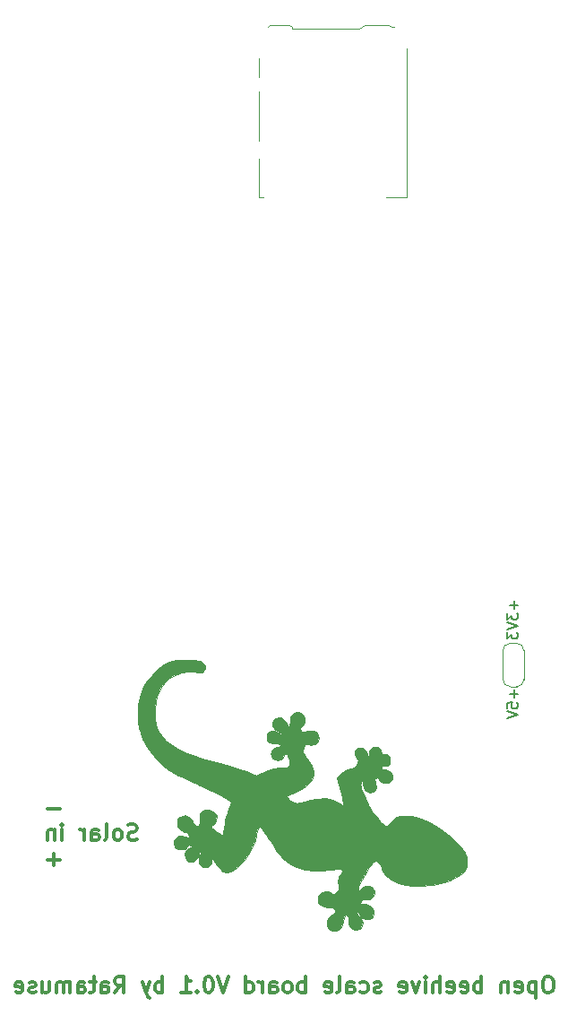
<source format=gbr>
G04 #@! TF.GenerationSoftware,KiCad,Pcbnew,(6.0.5)*
G04 #@! TF.CreationDate,2022-05-13T10:55:27+02:00*
G04 #@! TF.ProjectId,ruche,72756368-652e-46b6-9963-61645f706362,rev?*
G04 #@! TF.SameCoordinates,Original*
G04 #@! TF.FileFunction,Legend,Bot*
G04 #@! TF.FilePolarity,Positive*
%FSLAX46Y46*%
G04 Gerber Fmt 4.6, Leading zero omitted, Abs format (unit mm)*
G04 Created by KiCad (PCBNEW (6.0.5)) date 2022-05-13 10:55:27*
%MOMM*%
%LPD*%
G01*
G04 APERTURE LIST*
%ADD10C,0.300000*%
%ADD11C,0.150000*%
%ADD12C,0.120000*%
%ADD13C,0.010000*%
G04 APERTURE END LIST*
D10*
X105665000Y-143722142D02*
X104522142Y-143722142D01*
X112950714Y-146637142D02*
X112736428Y-146708571D01*
X112379285Y-146708571D01*
X112236428Y-146637142D01*
X112165000Y-146565714D01*
X112093571Y-146422857D01*
X112093571Y-146280000D01*
X112165000Y-146137142D01*
X112236428Y-146065714D01*
X112379285Y-145994285D01*
X112665000Y-145922857D01*
X112807857Y-145851428D01*
X112879285Y-145780000D01*
X112950714Y-145637142D01*
X112950714Y-145494285D01*
X112879285Y-145351428D01*
X112807857Y-145280000D01*
X112665000Y-145208571D01*
X112307857Y-145208571D01*
X112093571Y-145280000D01*
X111236428Y-146708571D02*
X111379285Y-146637142D01*
X111450714Y-146565714D01*
X111522142Y-146422857D01*
X111522142Y-145994285D01*
X111450714Y-145851428D01*
X111379285Y-145780000D01*
X111236428Y-145708571D01*
X111022142Y-145708571D01*
X110879285Y-145780000D01*
X110807857Y-145851428D01*
X110736428Y-145994285D01*
X110736428Y-146422857D01*
X110807857Y-146565714D01*
X110879285Y-146637142D01*
X111022142Y-146708571D01*
X111236428Y-146708571D01*
X109879285Y-146708571D02*
X110022142Y-146637142D01*
X110093571Y-146494285D01*
X110093571Y-145208571D01*
X108665000Y-146708571D02*
X108665000Y-145922857D01*
X108736428Y-145780000D01*
X108879285Y-145708571D01*
X109165000Y-145708571D01*
X109307857Y-145780000D01*
X108665000Y-146637142D02*
X108807857Y-146708571D01*
X109165000Y-146708571D01*
X109307857Y-146637142D01*
X109379285Y-146494285D01*
X109379285Y-146351428D01*
X109307857Y-146208571D01*
X109165000Y-146137142D01*
X108807857Y-146137142D01*
X108665000Y-146065714D01*
X107950714Y-146708571D02*
X107950714Y-145708571D01*
X107950714Y-145994285D02*
X107879285Y-145851428D01*
X107807857Y-145780000D01*
X107665000Y-145708571D01*
X107522142Y-145708571D01*
X105879285Y-146708571D02*
X105879285Y-145708571D01*
X105879285Y-145208571D02*
X105950714Y-145280000D01*
X105879285Y-145351428D01*
X105807857Y-145280000D01*
X105879285Y-145208571D01*
X105879285Y-145351428D01*
X105165000Y-145708571D02*
X105165000Y-146708571D01*
X105165000Y-145851428D02*
X105093571Y-145780000D01*
X104950714Y-145708571D01*
X104736428Y-145708571D01*
X104593571Y-145780000D01*
X104522142Y-145922857D01*
X104522142Y-146708571D01*
X105665000Y-148552142D02*
X104522142Y-148552142D01*
X105093571Y-149123571D02*
X105093571Y-147980714D01*
X151941428Y-159618571D02*
X151655714Y-159618571D01*
X151512857Y-159690000D01*
X151370000Y-159832857D01*
X151298571Y-160118571D01*
X151298571Y-160618571D01*
X151370000Y-160904285D01*
X151512857Y-161047142D01*
X151655714Y-161118571D01*
X151941428Y-161118571D01*
X152084285Y-161047142D01*
X152227142Y-160904285D01*
X152298571Y-160618571D01*
X152298571Y-160118571D01*
X152227142Y-159832857D01*
X152084285Y-159690000D01*
X151941428Y-159618571D01*
X150655714Y-160118571D02*
X150655714Y-161618571D01*
X150655714Y-160190000D02*
X150512857Y-160118571D01*
X150227142Y-160118571D01*
X150084285Y-160190000D01*
X150012857Y-160261428D01*
X149941428Y-160404285D01*
X149941428Y-160832857D01*
X150012857Y-160975714D01*
X150084285Y-161047142D01*
X150227142Y-161118571D01*
X150512857Y-161118571D01*
X150655714Y-161047142D01*
X148727142Y-161047142D02*
X148870000Y-161118571D01*
X149155714Y-161118571D01*
X149298571Y-161047142D01*
X149370000Y-160904285D01*
X149370000Y-160332857D01*
X149298571Y-160190000D01*
X149155714Y-160118571D01*
X148870000Y-160118571D01*
X148727142Y-160190000D01*
X148655714Y-160332857D01*
X148655714Y-160475714D01*
X149370000Y-160618571D01*
X148012857Y-160118571D02*
X148012857Y-161118571D01*
X148012857Y-160261428D02*
X147941428Y-160190000D01*
X147798571Y-160118571D01*
X147584285Y-160118571D01*
X147441428Y-160190000D01*
X147370000Y-160332857D01*
X147370000Y-161118571D01*
X145512857Y-161118571D02*
X145512857Y-159618571D01*
X145512857Y-160190000D02*
X145370000Y-160118571D01*
X145084285Y-160118571D01*
X144941428Y-160190000D01*
X144870000Y-160261428D01*
X144798571Y-160404285D01*
X144798571Y-160832857D01*
X144870000Y-160975714D01*
X144941428Y-161047142D01*
X145084285Y-161118571D01*
X145370000Y-161118571D01*
X145512857Y-161047142D01*
X143584285Y-161047142D02*
X143727142Y-161118571D01*
X144012857Y-161118571D01*
X144155714Y-161047142D01*
X144227142Y-160904285D01*
X144227142Y-160332857D01*
X144155714Y-160190000D01*
X144012857Y-160118571D01*
X143727142Y-160118571D01*
X143584285Y-160190000D01*
X143512857Y-160332857D01*
X143512857Y-160475714D01*
X144227142Y-160618571D01*
X142298571Y-161047142D02*
X142441428Y-161118571D01*
X142727142Y-161118571D01*
X142870000Y-161047142D01*
X142941428Y-160904285D01*
X142941428Y-160332857D01*
X142870000Y-160190000D01*
X142727142Y-160118571D01*
X142441428Y-160118571D01*
X142298571Y-160190000D01*
X142227142Y-160332857D01*
X142227142Y-160475714D01*
X142941428Y-160618571D01*
X141584285Y-161118571D02*
X141584285Y-159618571D01*
X140941428Y-161118571D02*
X140941428Y-160332857D01*
X141012857Y-160190000D01*
X141155714Y-160118571D01*
X141370000Y-160118571D01*
X141512857Y-160190000D01*
X141584285Y-160261428D01*
X140227142Y-161118571D02*
X140227142Y-160118571D01*
X140227142Y-159618571D02*
X140298571Y-159690000D01*
X140227142Y-159761428D01*
X140155714Y-159690000D01*
X140227142Y-159618571D01*
X140227142Y-159761428D01*
X139655714Y-160118571D02*
X139298571Y-161118571D01*
X138941428Y-160118571D01*
X137798571Y-161047142D02*
X137941428Y-161118571D01*
X138227142Y-161118571D01*
X138370000Y-161047142D01*
X138441428Y-160904285D01*
X138441428Y-160332857D01*
X138370000Y-160190000D01*
X138227142Y-160118571D01*
X137941428Y-160118571D01*
X137798571Y-160190000D01*
X137727142Y-160332857D01*
X137727142Y-160475714D01*
X138441428Y-160618571D01*
X136012857Y-161047142D02*
X135870000Y-161118571D01*
X135584285Y-161118571D01*
X135441428Y-161047142D01*
X135370000Y-160904285D01*
X135370000Y-160832857D01*
X135441428Y-160690000D01*
X135584285Y-160618571D01*
X135798571Y-160618571D01*
X135941428Y-160547142D01*
X136012857Y-160404285D01*
X136012857Y-160332857D01*
X135941428Y-160190000D01*
X135798571Y-160118571D01*
X135584285Y-160118571D01*
X135441428Y-160190000D01*
X134084285Y-161047142D02*
X134227142Y-161118571D01*
X134512857Y-161118571D01*
X134655714Y-161047142D01*
X134727142Y-160975714D01*
X134798571Y-160832857D01*
X134798571Y-160404285D01*
X134727142Y-160261428D01*
X134655714Y-160190000D01*
X134512857Y-160118571D01*
X134227142Y-160118571D01*
X134084285Y-160190000D01*
X132798571Y-161118571D02*
X132798571Y-160332857D01*
X132870000Y-160190000D01*
X133012857Y-160118571D01*
X133298571Y-160118571D01*
X133441428Y-160190000D01*
X132798571Y-161047142D02*
X132941428Y-161118571D01*
X133298571Y-161118571D01*
X133441428Y-161047142D01*
X133512857Y-160904285D01*
X133512857Y-160761428D01*
X133441428Y-160618571D01*
X133298571Y-160547142D01*
X132941428Y-160547142D01*
X132798571Y-160475714D01*
X131870000Y-161118571D02*
X132012857Y-161047142D01*
X132084285Y-160904285D01*
X132084285Y-159618571D01*
X130727142Y-161047142D02*
X130870000Y-161118571D01*
X131155714Y-161118571D01*
X131298571Y-161047142D01*
X131370000Y-160904285D01*
X131370000Y-160332857D01*
X131298571Y-160190000D01*
X131155714Y-160118571D01*
X130870000Y-160118571D01*
X130727142Y-160190000D01*
X130655714Y-160332857D01*
X130655714Y-160475714D01*
X131370000Y-160618571D01*
X128870000Y-161118571D02*
X128870000Y-159618571D01*
X128870000Y-160190000D02*
X128727142Y-160118571D01*
X128441428Y-160118571D01*
X128298571Y-160190000D01*
X128227142Y-160261428D01*
X128155714Y-160404285D01*
X128155714Y-160832857D01*
X128227142Y-160975714D01*
X128298571Y-161047142D01*
X128441428Y-161118571D01*
X128727142Y-161118571D01*
X128870000Y-161047142D01*
X127298571Y-161118571D02*
X127441428Y-161047142D01*
X127512857Y-160975714D01*
X127584285Y-160832857D01*
X127584285Y-160404285D01*
X127512857Y-160261428D01*
X127441428Y-160190000D01*
X127298571Y-160118571D01*
X127084285Y-160118571D01*
X126941428Y-160190000D01*
X126870000Y-160261428D01*
X126798571Y-160404285D01*
X126798571Y-160832857D01*
X126870000Y-160975714D01*
X126941428Y-161047142D01*
X127084285Y-161118571D01*
X127298571Y-161118571D01*
X125512857Y-161118571D02*
X125512857Y-160332857D01*
X125584285Y-160190000D01*
X125727142Y-160118571D01*
X126012857Y-160118571D01*
X126155714Y-160190000D01*
X125512857Y-161047142D02*
X125655714Y-161118571D01*
X126012857Y-161118571D01*
X126155714Y-161047142D01*
X126227142Y-160904285D01*
X126227142Y-160761428D01*
X126155714Y-160618571D01*
X126012857Y-160547142D01*
X125655714Y-160547142D01*
X125512857Y-160475714D01*
X124798571Y-161118571D02*
X124798571Y-160118571D01*
X124798571Y-160404285D02*
X124727142Y-160261428D01*
X124655714Y-160190000D01*
X124512857Y-160118571D01*
X124370000Y-160118571D01*
X123227142Y-161118571D02*
X123227142Y-159618571D01*
X123227142Y-161047142D02*
X123370000Y-161118571D01*
X123655714Y-161118571D01*
X123798571Y-161047142D01*
X123870000Y-160975714D01*
X123941428Y-160832857D01*
X123941428Y-160404285D01*
X123870000Y-160261428D01*
X123798571Y-160190000D01*
X123655714Y-160118571D01*
X123370000Y-160118571D01*
X123227142Y-160190000D01*
X121584285Y-159618571D02*
X121084285Y-161118571D01*
X120584285Y-159618571D01*
X119798571Y-159618571D02*
X119655714Y-159618571D01*
X119512857Y-159690000D01*
X119441428Y-159761428D01*
X119370000Y-159904285D01*
X119298571Y-160190000D01*
X119298571Y-160547142D01*
X119370000Y-160832857D01*
X119441428Y-160975714D01*
X119512857Y-161047142D01*
X119655714Y-161118571D01*
X119798571Y-161118571D01*
X119941428Y-161047142D01*
X120012857Y-160975714D01*
X120084285Y-160832857D01*
X120155714Y-160547142D01*
X120155714Y-160190000D01*
X120084285Y-159904285D01*
X120012857Y-159761428D01*
X119941428Y-159690000D01*
X119798571Y-159618571D01*
X118655714Y-160975714D02*
X118584285Y-161047142D01*
X118655714Y-161118571D01*
X118727142Y-161047142D01*
X118655714Y-160975714D01*
X118655714Y-161118571D01*
X117155714Y-161118571D02*
X118012857Y-161118571D01*
X117584285Y-161118571D02*
X117584285Y-159618571D01*
X117727142Y-159832857D01*
X117870000Y-159975714D01*
X118012857Y-160047142D01*
X115370000Y-161118571D02*
X115370000Y-159618571D01*
X115370000Y-160190000D02*
X115227142Y-160118571D01*
X114941428Y-160118571D01*
X114798571Y-160190000D01*
X114727142Y-160261428D01*
X114655714Y-160404285D01*
X114655714Y-160832857D01*
X114727142Y-160975714D01*
X114798571Y-161047142D01*
X114941428Y-161118571D01*
X115227142Y-161118571D01*
X115370000Y-161047142D01*
X114155714Y-160118571D02*
X113798571Y-161118571D01*
X113441428Y-160118571D02*
X113798571Y-161118571D01*
X113941428Y-161475714D01*
X114012857Y-161547142D01*
X114155714Y-161618571D01*
X110870000Y-161118571D02*
X111370000Y-160404285D01*
X111727142Y-161118571D02*
X111727142Y-159618571D01*
X111155714Y-159618571D01*
X111012857Y-159690000D01*
X110941428Y-159761428D01*
X110870000Y-159904285D01*
X110870000Y-160118571D01*
X110941428Y-160261428D01*
X111012857Y-160332857D01*
X111155714Y-160404285D01*
X111727142Y-160404285D01*
X109584285Y-161118571D02*
X109584285Y-160332857D01*
X109655714Y-160190000D01*
X109798571Y-160118571D01*
X110084285Y-160118571D01*
X110227142Y-160190000D01*
X109584285Y-161047142D02*
X109727142Y-161118571D01*
X110084285Y-161118571D01*
X110227142Y-161047142D01*
X110298571Y-160904285D01*
X110298571Y-160761428D01*
X110227142Y-160618571D01*
X110084285Y-160547142D01*
X109727142Y-160547142D01*
X109584285Y-160475714D01*
X109084285Y-160118571D02*
X108512857Y-160118571D01*
X108870000Y-159618571D02*
X108870000Y-160904285D01*
X108798571Y-161047142D01*
X108655714Y-161118571D01*
X108512857Y-161118571D01*
X107370000Y-161118571D02*
X107370000Y-160332857D01*
X107441428Y-160190000D01*
X107584285Y-160118571D01*
X107870000Y-160118571D01*
X108012857Y-160190000D01*
X107370000Y-161047142D02*
X107512857Y-161118571D01*
X107870000Y-161118571D01*
X108012857Y-161047142D01*
X108084285Y-160904285D01*
X108084285Y-160761428D01*
X108012857Y-160618571D01*
X107870000Y-160547142D01*
X107512857Y-160547142D01*
X107370000Y-160475714D01*
X106655714Y-161118571D02*
X106655714Y-160118571D01*
X106655714Y-160261428D02*
X106584285Y-160190000D01*
X106441428Y-160118571D01*
X106227142Y-160118571D01*
X106084285Y-160190000D01*
X106012857Y-160332857D01*
X106012857Y-161118571D01*
X106012857Y-160332857D02*
X105941428Y-160190000D01*
X105798571Y-160118571D01*
X105584285Y-160118571D01*
X105441428Y-160190000D01*
X105370000Y-160332857D01*
X105370000Y-161118571D01*
X104012857Y-160118571D02*
X104012857Y-161118571D01*
X104655714Y-160118571D02*
X104655714Y-160904285D01*
X104584285Y-161047142D01*
X104441428Y-161118571D01*
X104227142Y-161118571D01*
X104084285Y-161047142D01*
X104012857Y-160975714D01*
X103370000Y-161047142D02*
X103227142Y-161118571D01*
X102941428Y-161118571D01*
X102798571Y-161047142D01*
X102727142Y-160904285D01*
X102727142Y-160832857D01*
X102798571Y-160690000D01*
X102941428Y-160618571D01*
X103155714Y-160618571D01*
X103298571Y-160547142D01*
X103370000Y-160404285D01*
X103370000Y-160332857D01*
X103298571Y-160190000D01*
X103155714Y-160118571D01*
X102941428Y-160118571D01*
X102798571Y-160190000D01*
X101512857Y-161047142D02*
X101655714Y-161118571D01*
X101941428Y-161118571D01*
X102084285Y-161047142D01*
X102155714Y-160904285D01*
X102155714Y-160332857D01*
X102084285Y-160190000D01*
X101941428Y-160118571D01*
X101655714Y-160118571D01*
X101512857Y-160190000D01*
X101441428Y-160332857D01*
X101441428Y-160475714D01*
X102155714Y-160618571D01*
D11*
X148571428Y-132514285D02*
X148571428Y-133276190D01*
X148952380Y-132895238D02*
X148190476Y-132895238D01*
X147952380Y-134228571D02*
X147952380Y-133752380D01*
X148428571Y-133704761D01*
X148380952Y-133752380D01*
X148333333Y-133847619D01*
X148333333Y-134085714D01*
X148380952Y-134180952D01*
X148428571Y-134228571D01*
X148523809Y-134276190D01*
X148761904Y-134276190D01*
X148857142Y-134228571D01*
X148904761Y-134180952D01*
X148952380Y-134085714D01*
X148952380Y-133847619D01*
X148904761Y-133752380D01*
X148857142Y-133704761D01*
X147952380Y-134561904D02*
X148952380Y-134895238D01*
X147952380Y-135228571D01*
X148571428Y-124128095D02*
X148571428Y-124890000D01*
X148952380Y-124509047D02*
X148190476Y-124509047D01*
X147952380Y-125270952D02*
X147952380Y-125890000D01*
X148333333Y-125556666D01*
X148333333Y-125699523D01*
X148380952Y-125794761D01*
X148428571Y-125842380D01*
X148523809Y-125890000D01*
X148761904Y-125890000D01*
X148857142Y-125842380D01*
X148904761Y-125794761D01*
X148952380Y-125699523D01*
X148952380Y-125413809D01*
X148904761Y-125318571D01*
X148857142Y-125270952D01*
X147952380Y-126175714D02*
X148952380Y-126509047D01*
X147952380Y-126842380D01*
X147952380Y-127080476D02*
X147952380Y-127699523D01*
X148333333Y-127366190D01*
X148333333Y-127509047D01*
X148380952Y-127604285D01*
X148428571Y-127651904D01*
X148523809Y-127699523D01*
X148761904Y-127699523D01*
X148857142Y-127651904D01*
X148904761Y-127604285D01*
X148952380Y-127509047D01*
X148952380Y-127223333D01*
X148904761Y-127128095D01*
X148857142Y-127080476D01*
D12*
X147530000Y-128770000D02*
X147530000Y-131570000D01*
X148830000Y-128120000D02*
X148230000Y-128120000D01*
X149530000Y-131570000D02*
X149530000Y-128770000D01*
X148230000Y-132220000D02*
X148830000Y-132220000D01*
X148830000Y-132220000D02*
G75*
G03*
X149530000Y-131520000I0J700000D01*
G01*
X149530000Y-128820000D02*
G75*
G03*
X148830000Y-128120000I-699999J1D01*
G01*
X147530000Y-131520000D02*
G75*
G03*
X148230000Y-132220000I700000J0D01*
G01*
X148230000Y-128120000D02*
G75*
G03*
X147530000Y-128820000I-1J-699999D01*
G01*
X138455000Y-85995000D02*
X138455000Y-71985000D01*
X134465000Y-69725000D02*
X133955000Y-70075000D01*
X124485000Y-74685000D02*
X124485000Y-72885000D01*
X127585000Y-70075000D02*
X133955000Y-70075000D01*
X125515000Y-69725000D02*
X125315000Y-69925000D01*
X136975000Y-69925000D02*
X137235000Y-69925000D01*
X127585000Y-70075000D02*
X127585000Y-69925000D01*
X124485000Y-85995000D02*
X124485000Y-82385000D01*
X136775000Y-69725000D02*
X136975000Y-69925000D01*
X125515000Y-69725000D02*
X127375000Y-69725000D01*
X136775000Y-69725000D02*
X134465000Y-69725000D01*
X136535000Y-85995000D02*
X138455000Y-85995000D01*
X124935000Y-85995000D02*
X124485000Y-85995000D01*
X127375000Y-69725000D02*
X127585000Y-69925000D01*
X124485000Y-80685000D02*
X124485000Y-75985000D01*
G36*
X117777655Y-129666677D02*
G01*
X118126395Y-129684019D01*
X118444014Y-129708680D01*
X118703283Y-129739654D01*
X118876974Y-129775936D01*
X118943831Y-129799287D01*
X119187571Y-129934203D01*
X119344088Y-130109696D01*
X119407514Y-130310095D01*
X119371977Y-130519724D01*
X119231610Y-130722910D01*
X119189110Y-130764434D01*
X119081028Y-130846806D01*
X118966771Y-130873364D01*
X118794165Y-130860520D01*
X118722018Y-130851683D01*
X118333520Y-130808425D01*
X118025915Y-130785377D01*
X117773092Y-130783300D01*
X117548941Y-130802958D01*
X117327352Y-130845113D01*
X117082215Y-130910529D01*
X116761452Y-131015307D01*
X116327557Y-131210013D01*
X115952935Y-131457299D01*
X115606184Y-131775570D01*
X115337097Y-132111607D01*
X115070684Y-132579089D01*
X114859024Y-133109901D01*
X114709235Y-133681702D01*
X114628435Y-134272152D01*
X114623742Y-134858910D01*
X114668729Y-135331925D01*
X114747241Y-135741771D01*
X114866515Y-136104155D01*
X115034770Y-136450915D01*
X115303819Y-136855082D01*
X115692168Y-137278868D01*
X116175263Y-137673904D01*
X116755841Y-138041713D01*
X117436641Y-138383816D01*
X118220399Y-138701736D01*
X119109853Y-138996993D01*
X120107741Y-139271110D01*
X120405892Y-139346606D01*
X121068753Y-139521253D01*
X121659443Y-139688370D01*
X122205679Y-139856332D01*
X122735182Y-140033514D01*
X123275671Y-140228292D01*
X124242267Y-140587563D01*
X124545671Y-140423365D01*
X125129557Y-140161107D01*
X125815907Y-139969936D01*
X126548650Y-139879201D01*
X126625781Y-139874939D01*
X126913268Y-139854190D01*
X127108546Y-139829150D01*
X127228571Y-139796977D01*
X127290297Y-139754825D01*
X127341800Y-139636063D01*
X127356266Y-139417170D01*
X127318560Y-139136282D01*
X127229981Y-138813674D01*
X127099110Y-138425708D01*
X126990092Y-138580426D01*
X126957148Y-138626885D01*
X126793054Y-138843824D01*
X126658974Y-138985911D01*
X126533069Y-139073090D01*
X126393502Y-139125304D01*
X126224228Y-139153927D01*
X125975228Y-139122059D01*
X125781416Y-138998772D01*
X125655775Y-138794141D01*
X125611286Y-138518241D01*
X125627257Y-138397186D01*
X125709654Y-138203373D01*
X125839322Y-138046613D01*
X125990324Y-137964776D01*
X126125154Y-137936113D01*
X126314243Y-137889608D01*
X126423525Y-137847468D01*
X126473824Y-137800173D01*
X126485964Y-137738204D01*
X126484353Y-137712823D01*
X126459641Y-137665839D01*
X126387850Y-137634641D01*
X126247075Y-137612445D01*
X126015409Y-137592466D01*
X125749245Y-137564008D01*
X125509055Y-137506657D01*
X125352300Y-137415479D01*
X125263319Y-137280537D01*
X125226449Y-137091895D01*
X125224745Y-137064910D01*
X125248806Y-136779999D01*
X125352915Y-136568122D01*
X125534319Y-136435151D01*
X125640480Y-136395618D01*
X125835879Y-136363682D01*
X126026010Y-136405683D01*
X126251095Y-136526761D01*
X126256368Y-136530104D01*
X126424318Y-136634119D01*
X126519141Y-136683557D01*
X126561142Y-136686254D01*
X126570630Y-136650044D01*
X126556960Y-136627253D01*
X126470488Y-136557707D01*
X126330741Y-136472325D01*
X126248086Y-136425856D01*
X126039992Y-136290065D01*
X125899816Y-136156236D01*
X125797856Y-135997926D01*
X125770811Y-135935334D01*
X125743269Y-135712584D01*
X125801194Y-135492084D01*
X125928324Y-135301028D01*
X126108401Y-135166609D01*
X126325165Y-135116022D01*
X126342066Y-135116345D01*
X126533908Y-135149225D01*
X126698782Y-135219506D01*
X126749795Y-135256325D01*
X126930627Y-135434190D01*
X127079627Y-135647246D01*
X127163484Y-135850280D01*
X127165723Y-135860137D01*
X127214515Y-135967102D01*
X127297684Y-135980430D01*
X127300272Y-135979729D01*
X127360279Y-135937135D01*
X127392575Y-135834775D01*
X127405665Y-135646342D01*
X127417692Y-135442880D01*
X127481876Y-135104716D01*
X127602094Y-134859219D01*
X127781551Y-134701094D01*
X128023451Y-134625046D01*
X128207736Y-134624171D01*
X128452881Y-134705285D01*
X128649610Y-134870089D01*
X128780517Y-135102147D01*
X128828197Y-135385022D01*
X128827428Y-135433259D01*
X128805179Y-135579648D01*
X128737016Y-135711011D01*
X128602630Y-135871112D01*
X128504885Y-135982770D01*
X128412524Y-136103528D01*
X128376852Y-136172684D01*
X128376895Y-136174296D01*
X128411066Y-136256687D01*
X128489806Y-136372912D01*
X128558545Y-136452731D01*
X128625665Y-136487443D01*
X128726660Y-136480435D01*
X128899028Y-136437638D01*
X128954024Y-136423655D01*
X129302781Y-136366913D01*
X129606699Y-136372512D01*
X129841091Y-136440379D01*
X129867932Y-136455510D01*
X130017708Y-136605971D01*
X130100310Y-136812987D01*
X130117081Y-137047654D01*
X130069365Y-137281068D01*
X129958505Y-137484325D01*
X129785847Y-137628522D01*
X129782214Y-137630369D01*
X129600457Y-137682383D01*
X129364382Y-137700974D01*
X129126246Y-137685678D01*
X128938307Y-137636033D01*
X128935063Y-137634605D01*
X128872674Y-137639710D01*
X128807670Y-137720994D01*
X128726640Y-137894858D01*
X128677811Y-138022326D01*
X128624733Y-138193177D01*
X128605137Y-138305852D01*
X128609047Y-138328572D01*
X128660054Y-138447607D01*
X128757506Y-138618647D01*
X128885407Y-138812761D01*
X128985892Y-138956408D01*
X129201971Y-139273723D01*
X129361212Y-139525653D01*
X129472424Y-139729460D01*
X129544417Y-139902407D01*
X129585999Y-140061755D01*
X129605980Y-140224768D01*
X129610107Y-140461287D01*
X129564219Y-140771196D01*
X129449379Y-141050549D01*
X129257226Y-141309831D01*
X128979402Y-141559529D01*
X128607547Y-141810129D01*
X128133302Y-142072117D01*
X128078944Y-142099913D01*
X127815440Y-142231646D01*
X127580249Y-142344593D01*
X127397244Y-142427509D01*
X127290297Y-142469153D01*
X127183006Y-142514783D01*
X127135075Y-142567768D01*
X127135229Y-142572244D01*
X127184174Y-142676686D01*
X127301659Y-142811556D01*
X127460052Y-142952171D01*
X127631718Y-143073847D01*
X127789025Y-143151900D01*
X127886086Y-143182637D01*
X128003665Y-143205694D01*
X128131662Y-143205194D01*
X128303186Y-143180171D01*
X128551346Y-143129658D01*
X128664350Y-143104905D01*
X128879778Y-143054107D01*
X129041577Y-143011058D01*
X129121242Y-142983092D01*
X129148310Y-142971891D01*
X129272096Y-142936852D01*
X129464431Y-142891172D01*
X129696912Y-142841823D01*
X130060777Y-142784108D01*
X130652305Y-142762216D01*
X131198673Y-142836472D01*
X131693502Y-143005756D01*
X132130413Y-143268948D01*
X132265482Y-143363066D01*
X132377794Y-143422157D01*
X132428255Y-143422555D01*
X132431966Y-143345811D01*
X132412722Y-143172330D01*
X132372164Y-142931308D01*
X132315097Y-142645247D01*
X132246327Y-142336646D01*
X132170659Y-142028007D01*
X132092896Y-141741832D01*
X132017845Y-141500621D01*
X131817866Y-140914703D01*
X131956784Y-140677658D01*
X132015222Y-140591977D01*
X132176657Y-140431775D01*
X132410325Y-140276430D01*
X132729239Y-140117967D01*
X133146408Y-139948410D01*
X133237307Y-139914038D01*
X133436526Y-139835299D01*
X133564943Y-139770643D01*
X133648232Y-139700610D01*
X133712071Y-139605737D01*
X133782134Y-139466565D01*
X133903564Y-139217259D01*
X133736653Y-139027157D01*
X133672513Y-138946436D01*
X133593630Y-138790519D01*
X133561380Y-138598149D01*
X133566875Y-138332983D01*
X133572558Y-138288203D01*
X133655695Y-138127580D01*
X133829103Y-138028294D01*
X134086690Y-137994317D01*
X134257590Y-138003623D01*
X134390634Y-138047196D01*
X134502502Y-138142302D01*
X134583548Y-138256084D01*
X134659377Y-138431598D01*
X134693262Y-138602005D01*
X134672671Y-138724432D01*
X134655379Y-138757850D01*
X134674457Y-138781909D01*
X134778680Y-138750278D01*
X134822540Y-138725103D01*
X134868278Y-138651500D01*
X134878957Y-138555215D01*
X134932064Y-138363426D01*
X135011672Y-138176139D01*
X135097406Y-138047096D01*
X135158810Y-137999090D01*
X135299120Y-137951706D01*
X135515773Y-137937872D01*
X135694062Y-137949797D01*
X135859397Y-138012888D01*
X135963821Y-138148166D01*
X136030764Y-138375543D01*
X136049682Y-138454520D01*
X136092676Y-138523183D01*
X136183327Y-138555188D01*
X136354238Y-138570148D01*
X136432117Y-138575600D01*
X136582239Y-138602101D01*
X136681636Y-138664069D01*
X136775574Y-138784539D01*
X136829411Y-138871559D01*
X136882262Y-139025809D01*
X136873402Y-139207872D01*
X136871444Y-139220126D01*
X136815091Y-139454478D01*
X136724667Y-139597267D01*
X136578735Y-139668366D01*
X136355857Y-139687650D01*
X136191231Y-139689981D01*
X136093441Y-139704632D01*
X136062502Y-139742544D01*
X136074165Y-139814650D01*
X136095040Y-139900750D01*
X136108971Y-139983983D01*
X136111388Y-139990340D01*
X136179821Y-140015940D01*
X136312878Y-140026317D01*
X136447681Y-140036588D01*
X136714208Y-140123074D01*
X136929274Y-140282900D01*
X137073005Y-140498331D01*
X137125530Y-140751628D01*
X137122540Y-140808242D01*
X137069261Y-140966595D01*
X136933830Y-141132628D01*
X136876593Y-141188059D01*
X136757925Y-141276897D01*
X136628085Y-141315883D01*
X136436473Y-141324539D01*
X136391537Y-141323829D01*
X136131545Y-141278725D01*
X135947307Y-141157573D01*
X135825458Y-140952230D01*
X135770512Y-140867103D01*
X135646260Y-140819157D01*
X135492302Y-140869657D01*
X135478438Y-140879360D01*
X135442695Y-140934229D01*
X135443040Y-141034658D01*
X135478191Y-141211765D01*
X135511471Y-141373843D01*
X135541139Y-141687926D01*
X135502454Y-141920993D01*
X135393271Y-142080790D01*
X135211444Y-142175063D01*
X135180854Y-142183529D01*
X134991100Y-142203813D01*
X134785793Y-142155616D01*
X134597094Y-142066462D01*
X134445775Y-141918227D01*
X134363586Y-141705895D01*
X134338797Y-141409895D01*
X134338797Y-141042524D01*
X134208269Y-141165148D01*
X134174051Y-141200192D01*
X134105718Y-141308325D01*
X134079431Y-141442965D01*
X134097684Y-141618581D01*
X134162972Y-141849642D01*
X134277789Y-142150616D01*
X134444630Y-142535973D01*
X134523401Y-142712469D01*
X134637721Y-142971221D01*
X134729061Y-143181246D01*
X134789601Y-143324488D01*
X134811519Y-143382893D01*
X134812380Y-143390001D01*
X134855604Y-143481282D01*
X134954262Y-143637982D01*
X135094721Y-143840918D01*
X135263344Y-144070904D01*
X135446498Y-144308756D01*
X135630546Y-144535289D01*
X135753831Y-144680291D01*
X136026421Y-144984060D01*
X136249229Y-145206064D01*
X136417983Y-145342244D01*
X136528411Y-145388539D01*
X136552815Y-145380094D01*
X136651622Y-145309932D01*
X136795044Y-145184086D01*
X136961134Y-145021189D01*
X137024945Y-144956552D01*
X137294332Y-144715930D01*
X137549093Y-144554574D01*
X137820978Y-144455862D01*
X138141741Y-144403172D01*
X138438374Y-144391173D01*
X138990799Y-144447711D01*
X139585515Y-144600149D01*
X140216184Y-144845850D01*
X140876469Y-145182179D01*
X141560034Y-145606501D01*
X142260539Y-146116179D01*
X142575871Y-146373618D01*
X142936472Y-146695346D01*
X143269794Y-147020993D01*
X143559400Y-147333593D01*
X143788854Y-147616176D01*
X143941719Y-147851773D01*
X143993269Y-147951627D01*
X144063979Y-148112185D01*
X144103639Y-148263577D01*
X144121009Y-148446455D01*
X144124852Y-148701468D01*
X144124835Y-148721775D01*
X144118914Y-148982301D01*
X144097368Y-149172275D01*
X144052940Y-149331193D01*
X143978370Y-149498548D01*
X143915967Y-149614237D01*
X143811194Y-149755944D01*
X143668980Y-149877572D01*
X143456259Y-150011614D01*
X143238726Y-150133691D01*
X142473236Y-150492358D01*
X141689364Y-150754839D01*
X140907519Y-150913910D01*
X140678643Y-150942830D01*
X139817425Y-151010046D01*
X139028609Y-151002247D01*
X138316355Y-150919629D01*
X137684821Y-150762387D01*
X137477165Y-150690175D01*
X137062269Y-150512105D01*
X136735544Y-150310158D01*
X136479677Y-150069480D01*
X136277354Y-149775219D01*
X136111262Y-149412523D01*
X136050735Y-149263331D01*
X135905788Y-148979693D01*
X135763535Y-148805745D01*
X135674139Y-148733905D01*
X135560674Y-148674285D01*
X135455888Y-148690033D01*
X135315005Y-148778420D01*
X135260652Y-148821641D01*
X135164348Y-148920194D01*
X135051393Y-149064394D01*
X134912359Y-149267562D01*
X134737817Y-149543022D01*
X134518338Y-149904094D01*
X134502297Y-149930802D01*
X134349535Y-150184049D01*
X134190833Y-150445573D01*
X134058100Y-150662774D01*
X133957448Y-150851328D01*
X133881174Y-151053710D01*
X133844625Y-151228611D01*
X133847199Y-151360177D01*
X133888295Y-151432554D01*
X133967312Y-151429888D01*
X134083648Y-151336325D01*
X134096976Y-151322315D01*
X134337944Y-151138298D01*
X134604306Y-151044084D01*
X134872299Y-151044118D01*
X135118158Y-151142844D01*
X135247719Y-151246350D01*
X135389222Y-151452738D01*
X135423929Y-151685322D01*
X135348869Y-151933914D01*
X135251562Y-152089063D01*
X135090561Y-152232067D01*
X134873858Y-152308541D01*
X134576732Y-152331206D01*
X134516898Y-152331315D01*
X134333446Y-152336441D01*
X134227313Y-152356054D01*
X134169946Y-152399466D01*
X134132789Y-152475991D01*
X134108841Y-152541489D01*
X134088769Y-152639842D01*
X134125549Y-152697315D01*
X134237734Y-152730638D01*
X134443873Y-152756541D01*
X134494659Y-152762822D01*
X134814526Y-152846558D01*
X135070706Y-152990743D01*
X135253414Y-153181726D01*
X135352863Y-153405855D01*
X135359267Y-153649479D01*
X135262838Y-153898946D01*
X135111940Y-154074168D01*
X134897039Y-154175757D01*
X134638069Y-154175427D01*
X134338853Y-154072458D01*
X134155159Y-153955812D01*
X133966843Y-153733791D01*
X133931545Y-153676168D01*
X133838650Y-153561944D01*
X133763685Y-153516539D01*
X133702492Y-153530372D01*
X133694344Y-153598175D01*
X133779051Y-153724080D01*
X133957480Y-153909847D01*
X134032039Y-153985939D01*
X134210505Y-154241103D01*
X134277748Y-154497305D01*
X134235002Y-154758317D01*
X134228994Y-154774284D01*
X134102858Y-154991846D01*
X133921181Y-155114764D01*
X133669080Y-155153428D01*
X133522646Y-155148589D01*
X133329768Y-155108602D01*
X133187868Y-155011938D01*
X133059448Y-154839273D01*
X133011796Y-154754305D01*
X132958845Y-154583060D01*
X132961861Y-154372892D01*
X132966144Y-154328161D01*
X132966203Y-154061763D01*
X132910817Y-153886401D01*
X132797835Y-153794490D01*
X132682515Y-153784406D01*
X132573663Y-153868400D01*
X132493781Y-154058275D01*
X132441648Y-154355953D01*
X132390451Y-154648371D01*
X132290971Y-154888438D01*
X132130873Y-155067002D01*
X131894273Y-155208814D01*
X131853882Y-155227529D01*
X131690833Y-155290132D01*
X131562669Y-155302338D01*
X131417780Y-155270866D01*
X131276989Y-155207296D01*
X131100147Y-155069845D01*
X130966823Y-154903042D01*
X130908647Y-154739875D01*
X130906149Y-154689928D01*
X130911236Y-154468482D01*
X130937505Y-154264846D01*
X130979494Y-154126327D01*
X130983137Y-154120151D01*
X131059834Y-154034227D01*
X131197486Y-153909277D01*
X131368990Y-153770091D01*
X131402653Y-153744092D01*
X131562838Y-153613704D01*
X131649896Y-153521153D01*
X131680682Y-153443513D01*
X131672052Y-153357858D01*
X131632538Y-153232312D01*
X131545538Y-153117383D01*
X131400118Y-153064487D01*
X131171406Y-153058762D01*
X130938096Y-153051629D01*
X130637070Y-152994365D01*
X130374520Y-152892897D01*
X130186555Y-152758244D01*
X130173995Y-152743956D01*
X130084160Y-152587709D01*
X130031527Y-152405291D01*
X130037640Y-152136097D01*
X130130939Y-151894041D01*
X130296176Y-151707534D01*
X130515406Y-151586266D01*
X130770681Y-151539931D01*
X131044055Y-151578218D01*
X131317581Y-151710819D01*
X131565964Y-151880654D01*
X131778694Y-151640263D01*
X131991425Y-151399872D01*
X131976250Y-150827710D01*
X131973041Y-150701734D01*
X131970755Y-150481843D01*
X131980190Y-150333866D01*
X132007112Y-150229329D01*
X132057292Y-150139755D01*
X132136496Y-150036670D01*
X132246449Y-149889981D01*
X132339057Y-149720288D01*
X132350899Y-149594140D01*
X132286428Y-149495459D01*
X132255124Y-149470939D01*
X132196226Y-149445514D01*
X132106906Y-149435586D01*
X131966831Y-149441263D01*
X131755665Y-149462653D01*
X131453075Y-149499862D01*
X131030643Y-149544475D01*
X130498386Y-149578194D01*
X129972893Y-149589151D01*
X129480139Y-149577472D01*
X129046104Y-149543280D01*
X128696763Y-149486699D01*
X128601254Y-149462304D01*
X128315884Y-149369739D01*
X128000095Y-149246102D01*
X127701843Y-149109571D01*
X127654730Y-149085637D01*
X127345646Y-148908031D01*
X127057732Y-148700632D01*
X126779651Y-148451287D01*
X126500063Y-148147846D01*
X126207631Y-147778156D01*
X125891016Y-147330066D01*
X125538879Y-146791423D01*
X125446880Y-146647280D01*
X125170587Y-146223936D01*
X124944252Y-145894311D01*
X124764649Y-145654285D01*
X124628554Y-145499737D01*
X124532745Y-145426548D01*
X124473995Y-145430596D01*
X124441182Y-145498965D01*
X124388787Y-145653558D01*
X124325296Y-145867329D01*
X124258078Y-146114247D01*
X124194503Y-146368279D01*
X124141944Y-146603391D01*
X124118520Y-146689407D01*
X124049578Y-146884830D01*
X123952458Y-147126232D01*
X123840233Y-147379963D01*
X123745624Y-147575741D01*
X123455638Y-148094501D01*
X123137987Y-148558313D01*
X122801871Y-148958088D01*
X122456488Y-149284737D01*
X122111036Y-149529172D01*
X121774713Y-149682302D01*
X121456720Y-149735040D01*
X121380345Y-149733219D01*
X121205444Y-149707954D01*
X121051037Y-149641865D01*
X120897580Y-149520900D01*
X120725529Y-149331003D01*
X120515338Y-149058122D01*
X120355613Y-148840435D01*
X120211515Y-148641076D01*
X120103504Y-148488410D01*
X120047265Y-148404348D01*
X120015072Y-148360030D01*
X120001099Y-148386220D01*
X120011255Y-148511721D01*
X120016968Y-148624527D01*
X119966806Y-148885267D01*
X119835578Y-149094152D01*
X119638035Y-149232894D01*
X119388929Y-149283206D01*
X119267845Y-149274473D01*
X119124099Y-149218983D01*
X118973208Y-149091294D01*
X118937934Y-149055356D01*
X118836611Y-148928776D01*
X118791550Y-148797941D01*
X118781297Y-148608931D01*
X118805478Y-148366105D01*
X118922611Y-148053021D01*
X118968570Y-147960465D01*
X119015949Y-147825613D01*
X119002339Y-147767034D01*
X118972248Y-147761031D01*
X118908450Y-147790665D01*
X118849645Y-147897179D01*
X118784440Y-148097872D01*
X118667030Y-148396115D01*
X118505582Y-148602194D01*
X118293332Y-148721463D01*
X118064465Y-148760576D01*
X117827051Y-148713443D01*
X117637925Y-148577495D01*
X117512873Y-148364852D01*
X117467681Y-148087631D01*
X117467705Y-148081210D01*
X117517148Y-147826676D01*
X117663479Y-147626291D01*
X117910045Y-147475424D01*
X118031976Y-147417814D01*
X118138228Y-147338579D01*
X118140721Y-147266570D01*
X118043734Y-147192735D01*
X118033456Y-147187398D01*
X117918292Y-147162590D01*
X117789734Y-147220273D01*
X117694935Y-147297323D01*
X117652408Y-147363946D01*
X117650282Y-147377955D01*
X117581306Y-147451652D01*
X117439175Y-147519989D01*
X117256745Y-147570289D01*
X117066875Y-147589872D01*
X117034565Y-147589481D01*
X116821997Y-147554595D01*
X116648147Y-147449978D01*
X116523947Y-147304352D01*
X116442445Y-147079955D01*
X116446609Y-146841869D01*
X116534681Y-146621073D01*
X116704906Y-146448545D01*
X116810553Y-146387543D01*
X116987214Y-146327530D01*
X117190907Y-146316390D01*
X117446636Y-146353921D01*
X117779408Y-146439924D01*
X117782618Y-146440835D01*
X117857268Y-146432685D01*
X117878186Y-146336235D01*
X117875603Y-146293851D01*
X117819752Y-146129145D01*
X117712486Y-146003190D01*
X117582362Y-145952983D01*
X117410662Y-145918820D01*
X117197629Y-145820181D01*
X117000624Y-145682899D01*
X116864314Y-145533094D01*
X116780059Y-145337862D01*
X116744558Y-145073692D01*
X116781335Y-144817654D01*
X116889303Y-144609924D01*
X117020092Y-144495447D01*
X117256607Y-144391222D01*
X117511297Y-144369832D01*
X117631171Y-144397041D01*
X117857419Y-144513124D01*
X118055933Y-144688057D01*
X118185999Y-144890423D01*
X118253028Y-145031066D01*
X118382513Y-145212730D01*
X118523386Y-145330893D01*
X118658606Y-145377037D01*
X118771129Y-145342647D01*
X118843912Y-145219206D01*
X118863994Y-145096233D01*
X118880262Y-144900438D01*
X118888559Y-144677219D01*
X118888950Y-144655403D01*
X118923250Y-144325966D01*
X119013581Y-144087394D01*
X119165834Y-143929808D01*
X119385901Y-143843328D01*
X119403353Y-143839737D01*
X119727309Y-143819661D01*
X120008649Y-143901338D01*
X120260175Y-144088358D01*
X120274780Y-144103054D01*
X120400690Y-144248289D01*
X120459866Y-144377384D01*
X120474630Y-144537045D01*
X120445992Y-144792748D01*
X120332490Y-145071358D01*
X120141153Y-145280739D01*
X120111407Y-145303648D01*
X120008288Y-145401143D01*
X119966630Y-145472512D01*
X119998058Y-145514414D01*
X120103749Y-145606945D01*
X120261871Y-145730372D01*
X120449412Y-145868246D01*
X120643361Y-146004116D01*
X120820707Y-146121533D01*
X120958438Y-146204046D01*
X121033544Y-146235206D01*
X121038323Y-146235042D01*
X121063354Y-146223568D01*
X121085050Y-146182233D01*
X121106752Y-146094590D01*
X121131797Y-145944193D01*
X121163527Y-145714594D01*
X121205279Y-145389346D01*
X121226914Y-145249429D01*
X121294077Y-144926119D01*
X121389080Y-144546380D01*
X121503258Y-144141828D01*
X121627950Y-143744083D01*
X121754492Y-143384761D01*
X121839838Y-143158983D01*
X121562024Y-142903392D01*
X121472370Y-142827943D01*
X121348586Y-142740126D01*
X121188245Y-142641673D01*
X120981776Y-142527688D01*
X120719603Y-142393275D01*
X120392153Y-142233537D01*
X119989854Y-142043579D01*
X119503130Y-141818504D01*
X118922408Y-141553415D01*
X118895953Y-141541337D01*
X118701371Y-141450826D01*
X118441700Y-141328176D01*
X118147658Y-141187957D01*
X117849964Y-141044739D01*
X117817793Y-141029206D01*
X117503151Y-140879031D01*
X117182144Y-140728501D01*
X116890671Y-140594319D01*
X116664630Y-140493189D01*
X116247778Y-140279473D01*
X115819115Y-139990629D01*
X115373784Y-139619948D01*
X114897509Y-139156631D01*
X114391366Y-138580231D01*
X113904608Y-137881140D01*
X113514135Y-137132964D01*
X113212741Y-136323583D01*
X113174611Y-136196644D01*
X113128773Y-136024770D01*
X113096668Y-135861199D01*
X113075781Y-135681695D01*
X113063601Y-135462019D01*
X113057613Y-135177935D01*
X113055306Y-134805206D01*
X113055149Y-134746057D01*
X113056182Y-134376362D01*
X113062498Y-134091659D01*
X113076180Y-133867468D01*
X113099312Y-133679313D01*
X113133975Y-133502716D01*
X113182253Y-133313200D01*
X113309211Y-132909787D01*
X113586723Y-132257802D01*
X113930320Y-131667759D01*
X113943414Y-131648658D01*
X114134328Y-131396027D01*
X114371456Y-131117206D01*
X114632248Y-130835669D01*
X114894152Y-130574894D01*
X115134616Y-130358358D01*
X115331089Y-130209537D01*
X115417559Y-130157460D01*
X115696957Y-130015353D01*
X116019203Y-129877997D01*
X116338284Y-129764035D01*
X116608186Y-129692111D01*
X116616045Y-129690629D01*
X116816988Y-129668631D01*
X117095723Y-129657978D01*
X117425021Y-129657662D01*
X117777655Y-129666677D01*
G37*
D13*
X117777655Y-129666677D02*
X118126395Y-129684019D01*
X118444014Y-129708680D01*
X118703283Y-129739654D01*
X118876974Y-129775936D01*
X118943831Y-129799287D01*
X119187571Y-129934203D01*
X119344088Y-130109696D01*
X119407514Y-130310095D01*
X119371977Y-130519724D01*
X119231610Y-130722910D01*
X119189110Y-130764434D01*
X119081028Y-130846806D01*
X118966771Y-130873364D01*
X118794165Y-130860520D01*
X118722018Y-130851683D01*
X118333520Y-130808425D01*
X118025915Y-130785377D01*
X117773092Y-130783300D01*
X117548941Y-130802958D01*
X117327352Y-130845113D01*
X117082215Y-130910529D01*
X116761452Y-131015307D01*
X116327557Y-131210013D01*
X115952935Y-131457299D01*
X115606184Y-131775570D01*
X115337097Y-132111607D01*
X115070684Y-132579089D01*
X114859024Y-133109901D01*
X114709235Y-133681702D01*
X114628435Y-134272152D01*
X114623742Y-134858910D01*
X114668729Y-135331925D01*
X114747241Y-135741771D01*
X114866515Y-136104155D01*
X115034770Y-136450915D01*
X115303819Y-136855082D01*
X115692168Y-137278868D01*
X116175263Y-137673904D01*
X116755841Y-138041713D01*
X117436641Y-138383816D01*
X118220399Y-138701736D01*
X119109853Y-138996993D01*
X120107741Y-139271110D01*
X120405892Y-139346606D01*
X121068753Y-139521253D01*
X121659443Y-139688370D01*
X122205679Y-139856332D01*
X122735182Y-140033514D01*
X123275671Y-140228292D01*
X124242267Y-140587563D01*
X124545671Y-140423365D01*
X125129557Y-140161107D01*
X125815907Y-139969936D01*
X126548650Y-139879201D01*
X126625781Y-139874939D01*
X126913268Y-139854190D01*
X127108546Y-139829150D01*
X127228571Y-139796977D01*
X127290297Y-139754825D01*
X127341800Y-139636063D01*
X127356266Y-139417170D01*
X127318560Y-139136282D01*
X127229981Y-138813674D01*
X127099110Y-138425708D01*
X126990092Y-138580426D01*
X126957148Y-138626885D01*
X126793054Y-138843824D01*
X126658974Y-138985911D01*
X126533069Y-139073090D01*
X126393502Y-139125304D01*
X126224228Y-139153927D01*
X125975228Y-139122059D01*
X125781416Y-138998772D01*
X125655775Y-138794141D01*
X125611286Y-138518241D01*
X125627257Y-138397186D01*
X125709654Y-138203373D01*
X125839322Y-138046613D01*
X125990324Y-137964776D01*
X126125154Y-137936113D01*
X126314243Y-137889608D01*
X126423525Y-137847468D01*
X126473824Y-137800173D01*
X126485964Y-137738204D01*
X126484353Y-137712823D01*
X126459641Y-137665839D01*
X126387850Y-137634641D01*
X126247075Y-137612445D01*
X126015409Y-137592466D01*
X125749245Y-137564008D01*
X125509055Y-137506657D01*
X125352300Y-137415479D01*
X125263319Y-137280537D01*
X125226449Y-137091895D01*
X125224745Y-137064910D01*
X125248806Y-136779999D01*
X125352915Y-136568122D01*
X125534319Y-136435151D01*
X125640480Y-136395618D01*
X125835879Y-136363682D01*
X126026010Y-136405683D01*
X126251095Y-136526761D01*
X126256368Y-136530104D01*
X126424318Y-136634119D01*
X126519141Y-136683557D01*
X126561142Y-136686254D01*
X126570630Y-136650044D01*
X126556960Y-136627253D01*
X126470488Y-136557707D01*
X126330741Y-136472325D01*
X126248086Y-136425856D01*
X126039992Y-136290065D01*
X125899816Y-136156236D01*
X125797856Y-135997926D01*
X125770811Y-135935334D01*
X125743269Y-135712584D01*
X125801194Y-135492084D01*
X125928324Y-135301028D01*
X126108401Y-135166609D01*
X126325165Y-135116022D01*
X126342066Y-135116345D01*
X126533908Y-135149225D01*
X126698782Y-135219506D01*
X126749795Y-135256325D01*
X126930627Y-135434190D01*
X127079627Y-135647246D01*
X127163484Y-135850280D01*
X127165723Y-135860137D01*
X127214515Y-135967102D01*
X127297684Y-135980430D01*
X127300272Y-135979729D01*
X127360279Y-135937135D01*
X127392575Y-135834775D01*
X127405665Y-135646342D01*
X127417692Y-135442880D01*
X127481876Y-135104716D01*
X127602094Y-134859219D01*
X127781551Y-134701094D01*
X128023451Y-134625046D01*
X128207736Y-134624171D01*
X128452881Y-134705285D01*
X128649610Y-134870089D01*
X128780517Y-135102147D01*
X128828197Y-135385022D01*
X128827428Y-135433259D01*
X128805179Y-135579648D01*
X128737016Y-135711011D01*
X128602630Y-135871112D01*
X128504885Y-135982770D01*
X128412524Y-136103528D01*
X128376852Y-136172684D01*
X128376895Y-136174296D01*
X128411066Y-136256687D01*
X128489806Y-136372912D01*
X128558545Y-136452731D01*
X128625665Y-136487443D01*
X128726660Y-136480435D01*
X128899028Y-136437638D01*
X128954024Y-136423655D01*
X129302781Y-136366913D01*
X129606699Y-136372512D01*
X129841091Y-136440379D01*
X129867932Y-136455510D01*
X130017708Y-136605971D01*
X130100310Y-136812987D01*
X130117081Y-137047654D01*
X130069365Y-137281068D01*
X129958505Y-137484325D01*
X129785847Y-137628522D01*
X129782214Y-137630369D01*
X129600457Y-137682383D01*
X129364382Y-137700974D01*
X129126246Y-137685678D01*
X128938307Y-137636033D01*
X128935063Y-137634605D01*
X128872674Y-137639710D01*
X128807670Y-137720994D01*
X128726640Y-137894858D01*
X128677811Y-138022326D01*
X128624733Y-138193177D01*
X128605137Y-138305852D01*
X128609047Y-138328572D01*
X128660054Y-138447607D01*
X128757506Y-138618647D01*
X128885407Y-138812761D01*
X128985892Y-138956408D01*
X129201971Y-139273723D01*
X129361212Y-139525653D01*
X129472424Y-139729460D01*
X129544417Y-139902407D01*
X129585999Y-140061755D01*
X129605980Y-140224768D01*
X129610107Y-140461287D01*
X129564219Y-140771196D01*
X129449379Y-141050549D01*
X129257226Y-141309831D01*
X128979402Y-141559529D01*
X128607547Y-141810129D01*
X128133302Y-142072117D01*
X128078944Y-142099913D01*
X127815440Y-142231646D01*
X127580249Y-142344593D01*
X127397244Y-142427509D01*
X127290297Y-142469153D01*
X127183006Y-142514783D01*
X127135075Y-142567768D01*
X127135229Y-142572244D01*
X127184174Y-142676686D01*
X127301659Y-142811556D01*
X127460052Y-142952171D01*
X127631718Y-143073847D01*
X127789025Y-143151900D01*
X127886086Y-143182637D01*
X128003665Y-143205694D01*
X128131662Y-143205194D01*
X128303186Y-143180171D01*
X128551346Y-143129658D01*
X128664350Y-143104905D01*
X128879778Y-143054107D01*
X129041577Y-143011058D01*
X129121242Y-142983092D01*
X129148310Y-142971891D01*
X129272096Y-142936852D01*
X129464431Y-142891172D01*
X129696912Y-142841823D01*
X130060777Y-142784108D01*
X130652305Y-142762216D01*
X131198673Y-142836472D01*
X131693502Y-143005756D01*
X132130413Y-143268948D01*
X132265482Y-143363066D01*
X132377794Y-143422157D01*
X132428255Y-143422555D01*
X132431966Y-143345811D01*
X132412722Y-143172330D01*
X132372164Y-142931308D01*
X132315097Y-142645247D01*
X132246327Y-142336646D01*
X132170659Y-142028007D01*
X132092896Y-141741832D01*
X132017845Y-141500621D01*
X131817866Y-140914703D01*
X131956784Y-140677658D01*
X132015222Y-140591977D01*
X132176657Y-140431775D01*
X132410325Y-140276430D01*
X132729239Y-140117967D01*
X133146408Y-139948410D01*
X133237307Y-139914038D01*
X133436526Y-139835299D01*
X133564943Y-139770643D01*
X133648232Y-139700610D01*
X133712071Y-139605737D01*
X133782134Y-139466565D01*
X133903564Y-139217259D01*
X133736653Y-139027157D01*
X133672513Y-138946436D01*
X133593630Y-138790519D01*
X133561380Y-138598149D01*
X133566875Y-138332983D01*
X133572558Y-138288203D01*
X133655695Y-138127580D01*
X133829103Y-138028294D01*
X134086690Y-137994317D01*
X134257590Y-138003623D01*
X134390634Y-138047196D01*
X134502502Y-138142302D01*
X134583548Y-138256084D01*
X134659377Y-138431598D01*
X134693262Y-138602005D01*
X134672671Y-138724432D01*
X134655379Y-138757850D01*
X134674457Y-138781909D01*
X134778680Y-138750278D01*
X134822540Y-138725103D01*
X134868278Y-138651500D01*
X134878957Y-138555215D01*
X134932064Y-138363426D01*
X135011672Y-138176139D01*
X135097406Y-138047096D01*
X135158810Y-137999090D01*
X135299120Y-137951706D01*
X135515773Y-137937872D01*
X135694062Y-137949797D01*
X135859397Y-138012888D01*
X135963821Y-138148166D01*
X136030764Y-138375543D01*
X136049682Y-138454520D01*
X136092676Y-138523183D01*
X136183327Y-138555188D01*
X136354238Y-138570148D01*
X136432117Y-138575600D01*
X136582239Y-138602101D01*
X136681636Y-138664069D01*
X136775574Y-138784539D01*
X136829411Y-138871559D01*
X136882262Y-139025809D01*
X136873402Y-139207872D01*
X136871444Y-139220126D01*
X136815091Y-139454478D01*
X136724667Y-139597267D01*
X136578735Y-139668366D01*
X136355857Y-139687650D01*
X136191231Y-139689981D01*
X136093441Y-139704632D01*
X136062502Y-139742544D01*
X136074165Y-139814650D01*
X136095040Y-139900750D01*
X136108971Y-139983983D01*
X136111388Y-139990340D01*
X136179821Y-140015940D01*
X136312878Y-140026317D01*
X136447681Y-140036588D01*
X136714208Y-140123074D01*
X136929274Y-140282900D01*
X137073005Y-140498331D01*
X137125530Y-140751628D01*
X137122540Y-140808242D01*
X137069261Y-140966595D01*
X136933830Y-141132628D01*
X136876593Y-141188059D01*
X136757925Y-141276897D01*
X136628085Y-141315883D01*
X136436473Y-141324539D01*
X136391537Y-141323829D01*
X136131545Y-141278725D01*
X135947307Y-141157573D01*
X135825458Y-140952230D01*
X135770512Y-140867103D01*
X135646260Y-140819157D01*
X135492302Y-140869657D01*
X135478438Y-140879360D01*
X135442695Y-140934229D01*
X135443040Y-141034658D01*
X135478191Y-141211765D01*
X135511471Y-141373843D01*
X135541139Y-141687926D01*
X135502454Y-141920993D01*
X135393271Y-142080790D01*
X135211444Y-142175063D01*
X135180854Y-142183529D01*
X134991100Y-142203813D01*
X134785793Y-142155616D01*
X134597094Y-142066462D01*
X134445775Y-141918227D01*
X134363586Y-141705895D01*
X134338797Y-141409895D01*
X134338797Y-141042524D01*
X134208269Y-141165148D01*
X134174051Y-141200192D01*
X134105718Y-141308325D01*
X134079431Y-141442965D01*
X134097684Y-141618581D01*
X134162972Y-141849642D01*
X134277789Y-142150616D01*
X134444630Y-142535973D01*
X134523401Y-142712469D01*
X134637721Y-142971221D01*
X134729061Y-143181246D01*
X134789601Y-143324488D01*
X134811519Y-143382893D01*
X134812380Y-143390001D01*
X134855604Y-143481282D01*
X134954262Y-143637982D01*
X135094721Y-143840918D01*
X135263344Y-144070904D01*
X135446498Y-144308756D01*
X135630546Y-144535289D01*
X135753831Y-144680291D01*
X136026421Y-144984060D01*
X136249229Y-145206064D01*
X136417983Y-145342244D01*
X136528411Y-145388539D01*
X136552815Y-145380094D01*
X136651622Y-145309932D01*
X136795044Y-145184086D01*
X136961134Y-145021189D01*
X137024945Y-144956552D01*
X137294332Y-144715930D01*
X137549093Y-144554574D01*
X137820978Y-144455862D01*
X138141741Y-144403172D01*
X138438374Y-144391173D01*
X138990799Y-144447711D01*
X139585515Y-144600149D01*
X140216184Y-144845850D01*
X140876469Y-145182179D01*
X141560034Y-145606501D01*
X142260539Y-146116179D01*
X142575871Y-146373618D01*
X142936472Y-146695346D01*
X143269794Y-147020993D01*
X143559400Y-147333593D01*
X143788854Y-147616176D01*
X143941719Y-147851773D01*
X143993269Y-147951627D01*
X144063979Y-148112185D01*
X144103639Y-148263577D01*
X144121009Y-148446455D01*
X144124852Y-148701468D01*
X144124835Y-148721775D01*
X144118914Y-148982301D01*
X144097368Y-149172275D01*
X144052940Y-149331193D01*
X143978370Y-149498548D01*
X143915967Y-149614237D01*
X143811194Y-149755944D01*
X143668980Y-149877572D01*
X143456259Y-150011614D01*
X143238726Y-150133691D01*
X142473236Y-150492358D01*
X141689364Y-150754839D01*
X140907519Y-150913910D01*
X140678643Y-150942830D01*
X139817425Y-151010046D01*
X139028609Y-151002247D01*
X138316355Y-150919629D01*
X137684821Y-150762387D01*
X137477165Y-150690175D01*
X137062269Y-150512105D01*
X136735544Y-150310158D01*
X136479677Y-150069480D01*
X136277354Y-149775219D01*
X136111262Y-149412523D01*
X136050735Y-149263331D01*
X135905788Y-148979693D01*
X135763535Y-148805745D01*
X135674139Y-148733905D01*
X135560674Y-148674285D01*
X135455888Y-148690033D01*
X135315005Y-148778420D01*
X135260652Y-148821641D01*
X135164348Y-148920194D01*
X135051393Y-149064394D01*
X134912359Y-149267562D01*
X134737817Y-149543022D01*
X134518338Y-149904094D01*
X134502297Y-149930802D01*
X134349535Y-150184049D01*
X134190833Y-150445573D01*
X134058100Y-150662774D01*
X133957448Y-150851328D01*
X133881174Y-151053710D01*
X133844625Y-151228611D01*
X133847199Y-151360177D01*
X133888295Y-151432554D01*
X133967312Y-151429888D01*
X134083648Y-151336325D01*
X134096976Y-151322315D01*
X134337944Y-151138298D01*
X134604306Y-151044084D01*
X134872299Y-151044118D01*
X135118158Y-151142844D01*
X135247719Y-151246350D01*
X135389222Y-151452738D01*
X135423929Y-151685322D01*
X135348869Y-151933914D01*
X135251562Y-152089063D01*
X135090561Y-152232067D01*
X134873858Y-152308541D01*
X134576732Y-152331206D01*
X134516898Y-152331315D01*
X134333446Y-152336441D01*
X134227313Y-152356054D01*
X134169946Y-152399466D01*
X134132789Y-152475991D01*
X134108841Y-152541489D01*
X134088769Y-152639842D01*
X134125549Y-152697315D01*
X134237734Y-152730638D01*
X134443873Y-152756541D01*
X134494659Y-152762822D01*
X134814526Y-152846558D01*
X135070706Y-152990743D01*
X135253414Y-153181726D01*
X135352863Y-153405855D01*
X135359267Y-153649479D01*
X135262838Y-153898946D01*
X135111940Y-154074168D01*
X134897039Y-154175757D01*
X134638069Y-154175427D01*
X134338853Y-154072458D01*
X134155159Y-153955812D01*
X133966843Y-153733791D01*
X133931545Y-153676168D01*
X133838650Y-153561944D01*
X133763685Y-153516539D01*
X133702492Y-153530372D01*
X133694344Y-153598175D01*
X133779051Y-153724080D01*
X133957480Y-153909847D01*
X134032039Y-153985939D01*
X134210505Y-154241103D01*
X134277748Y-154497305D01*
X134235002Y-154758317D01*
X134228994Y-154774284D01*
X134102858Y-154991846D01*
X133921181Y-155114764D01*
X133669080Y-155153428D01*
X133522646Y-155148589D01*
X133329768Y-155108602D01*
X133187868Y-155011938D01*
X133059448Y-154839273D01*
X133011796Y-154754305D01*
X132958845Y-154583060D01*
X132961861Y-154372892D01*
X132966144Y-154328161D01*
X132966203Y-154061763D01*
X132910817Y-153886401D01*
X132797835Y-153794490D01*
X132682515Y-153784406D01*
X132573663Y-153868400D01*
X132493781Y-154058275D01*
X132441648Y-154355953D01*
X132390451Y-154648371D01*
X132290971Y-154888438D01*
X132130873Y-155067002D01*
X131894273Y-155208814D01*
X131853882Y-155227529D01*
X131690833Y-155290132D01*
X131562669Y-155302338D01*
X131417780Y-155270866D01*
X131276989Y-155207296D01*
X131100147Y-155069845D01*
X130966823Y-154903042D01*
X130908647Y-154739875D01*
X130906149Y-154689928D01*
X130911236Y-154468482D01*
X130937505Y-154264846D01*
X130979494Y-154126327D01*
X130983137Y-154120151D01*
X131059834Y-154034227D01*
X131197486Y-153909277D01*
X131368990Y-153770091D01*
X131402653Y-153744092D01*
X131562838Y-153613704D01*
X131649896Y-153521153D01*
X131680682Y-153443513D01*
X131672052Y-153357858D01*
X131632538Y-153232312D01*
X131545538Y-153117383D01*
X131400118Y-153064487D01*
X131171406Y-153058762D01*
X130938096Y-153051629D01*
X130637070Y-152994365D01*
X130374520Y-152892897D01*
X130186555Y-152758244D01*
X130173995Y-152743956D01*
X130084160Y-152587709D01*
X130031527Y-152405291D01*
X130037640Y-152136097D01*
X130130939Y-151894041D01*
X130296176Y-151707534D01*
X130515406Y-151586266D01*
X130770681Y-151539931D01*
X131044055Y-151578218D01*
X131317581Y-151710819D01*
X131565964Y-151880654D01*
X131778694Y-151640263D01*
X131991425Y-151399872D01*
X131976250Y-150827710D01*
X131973041Y-150701734D01*
X131970755Y-150481843D01*
X131980190Y-150333866D01*
X132007112Y-150229329D01*
X132057292Y-150139755D01*
X132136496Y-150036670D01*
X132246449Y-149889981D01*
X132339057Y-149720288D01*
X132350899Y-149594140D01*
X132286428Y-149495459D01*
X132255124Y-149470939D01*
X132196226Y-149445514D01*
X132106906Y-149435586D01*
X131966831Y-149441263D01*
X131755665Y-149462653D01*
X131453075Y-149499862D01*
X131030643Y-149544475D01*
X130498386Y-149578194D01*
X129972893Y-149589151D01*
X129480139Y-149577472D01*
X129046104Y-149543280D01*
X128696763Y-149486699D01*
X128601254Y-149462304D01*
X128315884Y-149369739D01*
X128000095Y-149246102D01*
X127701843Y-149109571D01*
X127654730Y-149085637D01*
X127345646Y-148908031D01*
X127057732Y-148700632D01*
X126779651Y-148451287D01*
X126500063Y-148147846D01*
X126207631Y-147778156D01*
X125891016Y-147330066D01*
X125538879Y-146791423D01*
X125446880Y-146647280D01*
X125170587Y-146223936D01*
X124944252Y-145894311D01*
X124764649Y-145654285D01*
X124628554Y-145499737D01*
X124532745Y-145426548D01*
X124473995Y-145430596D01*
X124441182Y-145498965D01*
X124388787Y-145653558D01*
X124325296Y-145867329D01*
X124258078Y-146114247D01*
X124194503Y-146368279D01*
X124141944Y-146603391D01*
X124118520Y-146689407D01*
X124049578Y-146884830D01*
X123952458Y-147126232D01*
X123840233Y-147379963D01*
X123745624Y-147575741D01*
X123455638Y-148094501D01*
X123137987Y-148558313D01*
X122801871Y-148958088D01*
X122456488Y-149284737D01*
X122111036Y-149529172D01*
X121774713Y-149682302D01*
X121456720Y-149735040D01*
X121380345Y-149733219D01*
X121205444Y-149707954D01*
X121051037Y-149641865D01*
X120897580Y-149520900D01*
X120725529Y-149331003D01*
X120515338Y-149058122D01*
X120355613Y-148840435D01*
X120211515Y-148641076D01*
X120103504Y-148488410D01*
X120047265Y-148404348D01*
X120015072Y-148360030D01*
X120001099Y-148386220D01*
X120011255Y-148511721D01*
X120016968Y-148624527D01*
X119966806Y-148885267D01*
X119835578Y-149094152D01*
X119638035Y-149232894D01*
X119388929Y-149283206D01*
X119267845Y-149274473D01*
X119124099Y-149218983D01*
X118973208Y-149091294D01*
X118937934Y-149055356D01*
X118836611Y-148928776D01*
X118791550Y-148797941D01*
X118781297Y-148608931D01*
X118805478Y-148366105D01*
X118922611Y-148053021D01*
X118968570Y-147960465D01*
X119015949Y-147825613D01*
X119002339Y-147767034D01*
X118972248Y-147761031D01*
X118908450Y-147790665D01*
X118849645Y-147897179D01*
X118784440Y-148097872D01*
X118667030Y-148396115D01*
X118505582Y-148602194D01*
X118293332Y-148721463D01*
X118064465Y-148760576D01*
X117827051Y-148713443D01*
X117637925Y-148577495D01*
X117512873Y-148364852D01*
X117467681Y-148087631D01*
X117467705Y-148081210D01*
X117517148Y-147826676D01*
X117663479Y-147626291D01*
X117910045Y-147475424D01*
X118031976Y-147417814D01*
X118138228Y-147338579D01*
X118140721Y-147266570D01*
X118043734Y-147192735D01*
X118033456Y-147187398D01*
X117918292Y-147162590D01*
X117789734Y-147220273D01*
X117694935Y-147297323D01*
X117652408Y-147363946D01*
X117650282Y-147377955D01*
X117581306Y-147451652D01*
X117439175Y-147519989D01*
X117256745Y-147570289D01*
X117066875Y-147589872D01*
X117034565Y-147589481D01*
X116821997Y-147554595D01*
X116648147Y-147449978D01*
X116523947Y-147304352D01*
X116442445Y-147079955D01*
X116446609Y-146841869D01*
X116534681Y-146621073D01*
X116704906Y-146448545D01*
X116810553Y-146387543D01*
X116987214Y-146327530D01*
X117190907Y-146316390D01*
X117446636Y-146353921D01*
X117779408Y-146439924D01*
X117782618Y-146440835D01*
X117857268Y-146432685D01*
X117878186Y-146336235D01*
X117875603Y-146293851D01*
X117819752Y-146129145D01*
X117712486Y-146003190D01*
X117582362Y-145952983D01*
X117410662Y-145918820D01*
X117197629Y-145820181D01*
X117000624Y-145682899D01*
X116864314Y-145533094D01*
X116780059Y-145337862D01*
X116744558Y-145073692D01*
X116781335Y-144817654D01*
X116889303Y-144609924D01*
X117020092Y-144495447D01*
X117256607Y-144391222D01*
X117511297Y-144369832D01*
X117631171Y-144397041D01*
X117857419Y-144513124D01*
X118055933Y-144688057D01*
X118185999Y-144890423D01*
X118253028Y-145031066D01*
X118382513Y-145212730D01*
X118523386Y-145330893D01*
X118658606Y-145377037D01*
X118771129Y-145342647D01*
X118843912Y-145219206D01*
X118863994Y-145096233D01*
X118880262Y-144900438D01*
X118888559Y-144677219D01*
X118888950Y-144655403D01*
X118923250Y-144325966D01*
X119013581Y-144087394D01*
X119165834Y-143929808D01*
X119385901Y-143843328D01*
X119403353Y-143839737D01*
X119727309Y-143819661D01*
X120008649Y-143901338D01*
X120260175Y-144088358D01*
X120274780Y-144103054D01*
X120400690Y-144248289D01*
X120459866Y-144377384D01*
X120474630Y-144537045D01*
X120445992Y-144792748D01*
X120332490Y-145071358D01*
X120141153Y-145280739D01*
X120111407Y-145303648D01*
X120008288Y-145401143D01*
X119966630Y-145472512D01*
X119998058Y-145514414D01*
X120103749Y-145606945D01*
X120261871Y-145730372D01*
X120449412Y-145868246D01*
X120643361Y-146004116D01*
X120820707Y-146121533D01*
X120958438Y-146204046D01*
X121033544Y-146235206D01*
X121038323Y-146235042D01*
X121063354Y-146223568D01*
X121085050Y-146182233D01*
X121106752Y-146094590D01*
X121131797Y-145944193D01*
X121163527Y-145714594D01*
X121205279Y-145389346D01*
X121226914Y-145249429D01*
X121294077Y-144926119D01*
X121389080Y-144546380D01*
X121503258Y-144141828D01*
X121627950Y-143744083D01*
X121754492Y-143384761D01*
X121839838Y-143158983D01*
X121562024Y-142903392D01*
X121472370Y-142827943D01*
X121348586Y-142740126D01*
X121188245Y-142641673D01*
X120981776Y-142527688D01*
X120719603Y-142393275D01*
X120392153Y-142233537D01*
X119989854Y-142043579D01*
X119503130Y-141818504D01*
X118922408Y-141553415D01*
X118895953Y-141541337D01*
X118701371Y-141450826D01*
X118441700Y-141328176D01*
X118147658Y-141187957D01*
X117849964Y-141044739D01*
X117817793Y-141029206D01*
X117503151Y-140879031D01*
X117182144Y-140728501D01*
X116890671Y-140594319D01*
X116664630Y-140493189D01*
X116247778Y-140279473D01*
X115819115Y-139990629D01*
X115373784Y-139619948D01*
X114897509Y-139156631D01*
X114391366Y-138580231D01*
X113904608Y-137881140D01*
X113514135Y-137132964D01*
X113212741Y-136323583D01*
X113174611Y-136196644D01*
X113128773Y-136024770D01*
X113096668Y-135861199D01*
X113075781Y-135681695D01*
X113063601Y-135462019D01*
X113057613Y-135177935D01*
X113055306Y-134805206D01*
X113055149Y-134746057D01*
X113056182Y-134376362D01*
X113062498Y-134091659D01*
X113076180Y-133867468D01*
X113099312Y-133679313D01*
X113133975Y-133502716D01*
X113182253Y-133313200D01*
X113309211Y-132909787D01*
X113586723Y-132257802D01*
X113930320Y-131667759D01*
X113943414Y-131648658D01*
X114134328Y-131396027D01*
X114371456Y-131117206D01*
X114632248Y-130835669D01*
X114894152Y-130574894D01*
X115134616Y-130358358D01*
X115331089Y-130209537D01*
X115417559Y-130157460D01*
X115696957Y-130015353D01*
X116019203Y-129877997D01*
X116338284Y-129764035D01*
X116608186Y-129692111D01*
X116616045Y-129690629D01*
X116816988Y-129668631D01*
X117095723Y-129657978D01*
X117425021Y-129657662D01*
X117777655Y-129666677D01*
M02*

</source>
